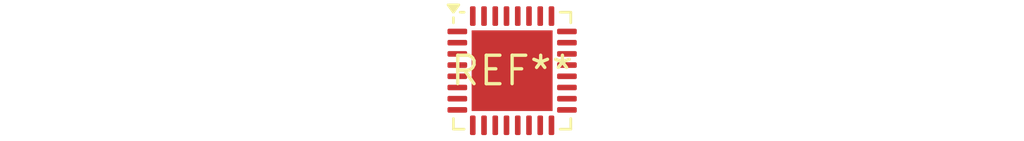
<source format=kicad_pcb>
(kicad_pcb (version 20240108) (generator pcbnew)
  (layers (0 "F.Cu" signal) (31 "B.Cu" signal) (34 "B.Paste" user) (35 "F.Paste" user) (36 "B.SilkS" user "B.Silkscreen") (37 "F.SilkS" user "F.Silkscreen") (38 "B.Mask" user) (39 "F.Mask" user) (44 "Edge.Cuts" user))
  (net 0 "")
  (footprint "LFCSP-32-1EP_5x5mm_P0.5mm_EP3.6x3.6mm" (layer "F.Cu") (at 0 0)
    (property "Reference" "REF**")
    (property "Value" "LFCSP-32-1EP_5x5mm_P0.5mm_EP3.6x3.6mm")
    (fp_line (start -2.61 -2.135) (end -2.61 -2.37) (layer "F.SilkS") (stroke (width 0.12)))
    (fp_line (start -2.61 2.61) (end -2.61 2.135) (layer "F.SilkS") (stroke (width 0.12)))
    (fp_line (start -2.135 -2.61) (end -2.31 -2.61) (layer "F.SilkS") (stroke (width 0.12)))
    (fp_line (start -2.135 2.61) (end -2.61 2.61) (layer "F.SilkS") (stroke (width 0.12)))
    (fp_line (start 2.135 -2.61) (end 2.61 -2.61) (layer "F.SilkS") (stroke (width 0.12)))
    (fp_line (start 2.135 2.61) (end 2.61 2.61) (layer "F.SilkS") (stroke (width 0.12)))
    (fp_line (start 2.61 -2.61) (end 2.61 -2.135) (layer "F.SilkS") (stroke (width 0.12)))
    (fp_line (start 2.61 2.61) (end 2.61 2.135) (layer "F.SilkS") (stroke (width 0.12)))
    (fp_poly (pts (xy -2.61 -2.61) (xy -2.85 -2.94) (xy -2.37 -2.94) (xy -2.61 -2.61)) (layer "F.SilkS") (stroke (width 0.12)) (fill solid))
    (pad "1" smd roundrect (at -2.4375 -1.75) (size 0.875 0.25) (layers "F.Cu" "F.Paste" "F.Mask"))
    (pad "2" smd roundrect (at -2.4375 -1.25) (size 0.875 0.25) (layers "F.Cu" "F.Paste" "F.Mask"))
    (pad "3" smd roundrect (at -2.4375 -0.75) (size 0.875 0.25) (layers "F.Cu" "F.Paste" "F.Mask"))
    (pad "4" smd roundrect (at -2.4375 -0.25) (size 0.875 0.25) (layers "F.Cu" "F.Paste" "F.Mask"))
    (pad "5" smd roundrect (at -2.4375 0.25) (size 0.875 0.25) (layers "F.Cu" "F.Paste" "F.Mask"))
    (pad "6" smd roundrect (at -2.4375 0.75) (size 0.875 0.25) (layers "F.Cu" "F.Paste" "F.Mask"))
    (pad "7" smd roundrect (at -2.4375 1.25) (size 0.875 0.25) (layers "F.Cu" "F.Paste" "F.Mask"))
    (pad "8" smd roundrect (at -2.4375 1.75) (size 0.875 0.25) (layers "F.Cu" "F.Paste" "F.Mask"))
    (pad "9" smd roundrect (at -1.75 2.4375) (size 0.25 0.875) (layers "F.Cu" "F.Paste" "F.Mask"))
    (pad "10" smd roundrect (at -1.25 2.4375) (size 0.25 0.875) (layers "F.Cu" "F.Paste" "F.Mask"))
    (pad "11" smd roundrect (at -0.75 2.4375) (size 0.25 0.875) (layers "F.Cu" "F.Paste" "F.Mask"))
    (pad "12" smd roundrect (at -0.25 2.4375) (size 0.25 0.875) (layers "F.Cu" "F.Paste" "F.Mask"))
    (pad "13" smd roundrect (at 0.25 2.4375) (size 0.25 0.875) (layers "F.Cu" "F.Paste" "F.Mask"))
    (pad "14" smd roundrect (at 0.75 2.4375) (size 0.25 0.875) (layers "F.Cu" "F.Paste" "F.Mask"))
    (pad "15" smd roundrect (at 1.25 2.4375) (size 0.25 0.875) (layers "F.Cu" "F.Paste" "F.Mask"))
    (pad "16" smd roundrect (at 1.75 2.4375) (size 0.25 0.875) (layers "F.Cu" "F.Paste" "F.Mask"))
    (pad "17" smd roundrect (at 2.4375 1.75) (size 0.875 0.25) (layers "F.Cu" "F.Paste" "F.Mask"))
    (pad "18" smd roundrect (at 2.4375 1.25) (size 0.875 0.25) (layers "F.Cu" "F.Paste" "F.Mask"))
    (pad "19" smd roundrect (at 2.4375 0.75) (size 0.875 0.25) (layers "F.Cu" "F.Paste" "F.Mask"))
    (pad "20" smd roundrect (at 2.4375 0.25) (size 0.875 0.25) (layers "F.Cu" "F.Paste" "F.Mask"))
    (pad "21" smd roundrect (at 2.4375 -0.25) (size 0.875 0.25) (layers "F.Cu" "F.Paste" "F.Mask"))
    (pad "22" smd roundrect (at 2.4375 -0.75) (size 0.875 0.25) (layers "F.Cu" "F.Paste" "F.Mask"))
    (pad "23" smd roundrect (at 2.4375 -1.25) (size 0.875 0.25) (layers "F.Cu" "F.Paste" "F.Mask"))
    (pad "24" smd roundrect (at 2.4375 -1.75) (size 0.875 0.25) (layers "F.Cu" "F.Paste" "F.Mask"))
    (pad "25" smd roundrect (at 1.75 -2.4375) (size 0.25 0.875) (layers "F.Cu" "F.Paste" "F.Mask"))
    (pad "26" smd roundrect (at 1.25 -2.4375) (size 0.25 0.875) (layers "F.Cu" "F.Paste" "F.Mask"))
    (pad "27" smd roundrect (at 0.75 -2.4375) (size 0.25 0.875) (layers "F.Cu" "F.Paste" "F.Mask"))
    (pad "28" smd roundrect (at 0.25 -2.4375) (size 0.25 0.875) (layers "F.Cu" "F.Paste" "F.Mask"))
    (pad "29" smd roundrect (at -0.25 -2.4375) (size 0.25 0.875) (layers "F.Cu" "F.Paste" "F.Mask"))
    (pad "30" smd roundrect (at -0.75 -2.4375) (size 0.25 0.875) (layers "F.Cu" "F.Paste" "F.Mask"))
    (pad "31" smd roundrect (at -1.25 -2.4375) (size 0.25 0.875) (layers "F.Cu" "F.Paste" "F.Mask"))
    (pad "32" smd roundrect (at -1.75 -2.4375) (size 0.25 0.875) (layers "F.Cu" "F.Paste" "F.Mask"))
    (pad "33" smd rect (at 0 0) (size 3.6 3.6) (property pad_prop_heatsink) (layers "F.Cu" "F.Mask"))
  )
)
</source>
